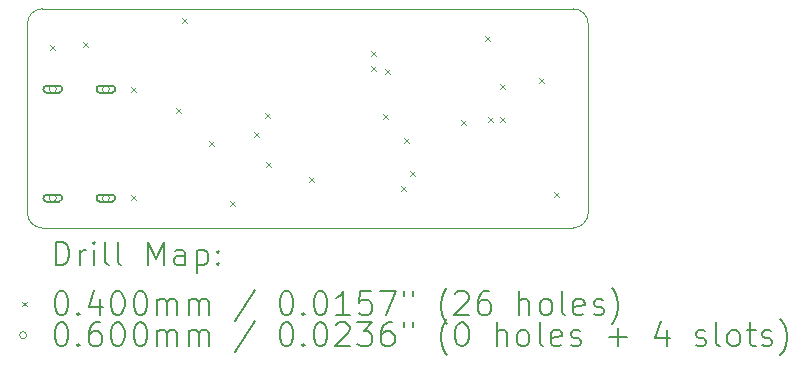
<source format=gbr>
%TF.GenerationSoftware,KiCad,Pcbnew,7.0.2*%
%TF.CreationDate,2023-10-30T14:33:18+01:00*%
%TF.ProjectId,programmer_board,70726f67-7261-46d6-9d65-725f626f6172,rev?*%
%TF.SameCoordinates,Original*%
%TF.FileFunction,Drillmap*%
%TF.FilePolarity,Positive*%
%FSLAX45Y45*%
G04 Gerber Fmt 4.5, Leading zero omitted, Abs format (unit mm)*
G04 Created by KiCad (PCBNEW 7.0.2) date 2023-10-30 14:33:18*
%MOMM*%
%LPD*%
G01*
G04 APERTURE LIST*
%ADD10C,0.100000*%
%ADD11C,0.200000*%
%ADD12C,0.040000*%
%ADD13C,0.060000*%
G04 APERTURE END LIST*
D10*
X8344803Y-8585200D02*
X8343900Y-10185400D01*
X13092797Y-10185400D02*
X13092797Y-8585200D01*
X12965797Y-10312397D02*
G75*
G03*
X13092797Y-10185400I3J126997D01*
G01*
X8471803Y-8458203D02*
G75*
G03*
X8344803Y-8585200I-3J-126997D01*
G01*
X8343900Y-10185400D02*
G75*
G03*
X8470900Y-10312400I127000J0D01*
G01*
X13092800Y-8585200D02*
G75*
G03*
X12965797Y-8458200I-127000J0D01*
G01*
X8470900Y-10312400D02*
X12965797Y-10312400D01*
X8471803Y-8458200D02*
X12965797Y-8458200D01*
D11*
D12*
X8539800Y-8768400D02*
X8579800Y-8808400D01*
X8579800Y-8768400D02*
X8539800Y-8808400D01*
X8819200Y-8743000D02*
X8859200Y-8783000D01*
X8859200Y-8743000D02*
X8819200Y-8783000D01*
X9225600Y-9124000D02*
X9265600Y-9164000D01*
X9265600Y-9124000D02*
X9225600Y-9164000D01*
X9225600Y-10038400D02*
X9265600Y-10078400D01*
X9265600Y-10038400D02*
X9225600Y-10078400D01*
X9606600Y-9301800D02*
X9646600Y-9341800D01*
X9646600Y-9301800D02*
X9606600Y-9341800D01*
X9657400Y-8539800D02*
X9697400Y-8579800D01*
X9697400Y-8539800D02*
X9657400Y-8579800D01*
X9886000Y-9581200D02*
X9926000Y-9621200D01*
X9926000Y-9581200D02*
X9886000Y-9621200D01*
X10063800Y-10089200D02*
X10103800Y-10129200D01*
X10103800Y-10089200D02*
X10063800Y-10129200D01*
X10267000Y-9505000D02*
X10307000Y-9545000D01*
X10307000Y-9505000D02*
X10267000Y-9545000D01*
X10355900Y-9339900D02*
X10395900Y-9379900D01*
X10395900Y-9339900D02*
X10355900Y-9379900D01*
X10368600Y-9759000D02*
X10408600Y-9799000D01*
X10408600Y-9759000D02*
X10368600Y-9799000D01*
X10729280Y-9880920D02*
X10769280Y-9920920D01*
X10769280Y-9880920D02*
X10729280Y-9920920D01*
X11257600Y-8819200D02*
X11297600Y-8859200D01*
X11297600Y-8819200D02*
X11257600Y-8859200D01*
X11257600Y-8946200D02*
X11297600Y-8986200D01*
X11297600Y-8946200D02*
X11257600Y-8986200D01*
X11359200Y-9352600D02*
X11399200Y-9392600D01*
X11399200Y-9352600D02*
X11359200Y-9392600D01*
X11371900Y-8971600D02*
X11411900Y-9011600D01*
X11411900Y-8971600D02*
X11371900Y-9011600D01*
X11511600Y-9962200D02*
X11551600Y-10002200D01*
X11551600Y-9962200D02*
X11511600Y-10002200D01*
X11537000Y-9555800D02*
X11577000Y-9595800D01*
X11577000Y-9555800D02*
X11537000Y-9595800D01*
X11585066Y-9832083D02*
X11625066Y-9872083D01*
X11625066Y-9832083D02*
X11585066Y-9872083D01*
X12019600Y-9403400D02*
X12059600Y-9443400D01*
X12059600Y-9403400D02*
X12019600Y-9443400D01*
X12222800Y-8692200D02*
X12262800Y-8732200D01*
X12262800Y-8692200D02*
X12222800Y-8732200D01*
X12248200Y-9378000D02*
X12288200Y-9418000D01*
X12288200Y-9378000D02*
X12248200Y-9418000D01*
X12349800Y-9098600D02*
X12389800Y-9138600D01*
X12389800Y-9098600D02*
X12349800Y-9138600D01*
X12349800Y-9378000D02*
X12389800Y-9418000D01*
X12389800Y-9378000D02*
X12349800Y-9418000D01*
X12680000Y-9047800D02*
X12720000Y-9087800D01*
X12720000Y-9047800D02*
X12680000Y-9087800D01*
X12807000Y-10013000D02*
X12847000Y-10053000D01*
X12847000Y-10013000D02*
X12807000Y-10053000D01*
D13*
X8589800Y-9138650D02*
G75*
G03*
X8589800Y-9138650I-30000J0D01*
G01*
D11*
X8609800Y-9108650D02*
X8509800Y-9108650D01*
X8509800Y-9108650D02*
G75*
G03*
X8509800Y-9168650I0J-30000D01*
G01*
X8509800Y-9168650D02*
X8609800Y-9168650D01*
X8609800Y-9168650D02*
G75*
G03*
X8609800Y-9108650I0J30000D01*
G01*
D13*
X8589800Y-10060650D02*
G75*
G03*
X8589800Y-10060650I-30000J0D01*
G01*
D11*
X8609800Y-10030650D02*
X8509800Y-10030650D01*
X8509800Y-10030650D02*
G75*
G03*
X8509800Y-10090650I0J-30000D01*
G01*
X8509800Y-10090650D02*
X8609800Y-10090650D01*
X8609800Y-10090650D02*
G75*
G03*
X8609800Y-10030650I0J30000D01*
G01*
D13*
X9039800Y-9138650D02*
G75*
G03*
X9039800Y-9138650I-30000J0D01*
G01*
D11*
X9059800Y-9108650D02*
X8959800Y-9108650D01*
X8959800Y-9108650D02*
G75*
G03*
X8959800Y-9168650I0J-30000D01*
G01*
X8959800Y-9168650D02*
X9059800Y-9168650D01*
X9059800Y-9168650D02*
G75*
G03*
X9059800Y-9108650I0J30000D01*
G01*
D13*
X9039800Y-10060650D02*
G75*
G03*
X9039800Y-10060650I-30000J0D01*
G01*
D11*
X9059800Y-10030650D02*
X8959800Y-10030650D01*
X8959800Y-10030650D02*
G75*
G03*
X8959800Y-10090650I0J-30000D01*
G01*
X8959800Y-10090650D02*
X9059800Y-10090650D01*
X9059800Y-10090650D02*
G75*
G03*
X9059800Y-10030650I0J30000D01*
G01*
X8586519Y-10629924D02*
X8586519Y-10429924D01*
X8586519Y-10429924D02*
X8634138Y-10429924D01*
X8634138Y-10429924D02*
X8662710Y-10439448D01*
X8662710Y-10439448D02*
X8681757Y-10458495D01*
X8681757Y-10458495D02*
X8691281Y-10477543D01*
X8691281Y-10477543D02*
X8700805Y-10515638D01*
X8700805Y-10515638D02*
X8700805Y-10544210D01*
X8700805Y-10544210D02*
X8691281Y-10582305D01*
X8691281Y-10582305D02*
X8681757Y-10601352D01*
X8681757Y-10601352D02*
X8662710Y-10620400D01*
X8662710Y-10620400D02*
X8634138Y-10629924D01*
X8634138Y-10629924D02*
X8586519Y-10629924D01*
X8786519Y-10629924D02*
X8786519Y-10496590D01*
X8786519Y-10534686D02*
X8796043Y-10515638D01*
X8796043Y-10515638D02*
X8805567Y-10506114D01*
X8805567Y-10506114D02*
X8824614Y-10496590D01*
X8824614Y-10496590D02*
X8843662Y-10496590D01*
X8910329Y-10629924D02*
X8910329Y-10496590D01*
X8910329Y-10429924D02*
X8900805Y-10439448D01*
X8900805Y-10439448D02*
X8910329Y-10448971D01*
X8910329Y-10448971D02*
X8919852Y-10439448D01*
X8919852Y-10439448D02*
X8910329Y-10429924D01*
X8910329Y-10429924D02*
X8910329Y-10448971D01*
X9034138Y-10629924D02*
X9015090Y-10620400D01*
X9015090Y-10620400D02*
X9005567Y-10601352D01*
X9005567Y-10601352D02*
X9005567Y-10429924D01*
X9138900Y-10629924D02*
X9119852Y-10620400D01*
X9119852Y-10620400D02*
X9110329Y-10601352D01*
X9110329Y-10601352D02*
X9110329Y-10429924D01*
X9367471Y-10629924D02*
X9367471Y-10429924D01*
X9367471Y-10429924D02*
X9434138Y-10572781D01*
X9434138Y-10572781D02*
X9500805Y-10429924D01*
X9500805Y-10429924D02*
X9500805Y-10629924D01*
X9681757Y-10629924D02*
X9681757Y-10525162D01*
X9681757Y-10525162D02*
X9672233Y-10506114D01*
X9672233Y-10506114D02*
X9653186Y-10496590D01*
X9653186Y-10496590D02*
X9615090Y-10496590D01*
X9615090Y-10496590D02*
X9596043Y-10506114D01*
X9681757Y-10620400D02*
X9662710Y-10629924D01*
X9662710Y-10629924D02*
X9615090Y-10629924D01*
X9615090Y-10629924D02*
X9596043Y-10620400D01*
X9596043Y-10620400D02*
X9586519Y-10601352D01*
X9586519Y-10601352D02*
X9586519Y-10582305D01*
X9586519Y-10582305D02*
X9596043Y-10563257D01*
X9596043Y-10563257D02*
X9615090Y-10553733D01*
X9615090Y-10553733D02*
X9662710Y-10553733D01*
X9662710Y-10553733D02*
X9681757Y-10544210D01*
X9776995Y-10496590D02*
X9776995Y-10696590D01*
X9776995Y-10506114D02*
X9796043Y-10496590D01*
X9796043Y-10496590D02*
X9834138Y-10496590D01*
X9834138Y-10496590D02*
X9853186Y-10506114D01*
X9853186Y-10506114D02*
X9862710Y-10515638D01*
X9862710Y-10515638D02*
X9872233Y-10534686D01*
X9872233Y-10534686D02*
X9872233Y-10591829D01*
X9872233Y-10591829D02*
X9862710Y-10610876D01*
X9862710Y-10610876D02*
X9853186Y-10620400D01*
X9853186Y-10620400D02*
X9834138Y-10629924D01*
X9834138Y-10629924D02*
X9796043Y-10629924D01*
X9796043Y-10629924D02*
X9776995Y-10620400D01*
X9957948Y-10610876D02*
X9967471Y-10620400D01*
X9967471Y-10620400D02*
X9957948Y-10629924D01*
X9957948Y-10629924D02*
X9948424Y-10620400D01*
X9948424Y-10620400D02*
X9957948Y-10610876D01*
X9957948Y-10610876D02*
X9957948Y-10629924D01*
X9957948Y-10506114D02*
X9967471Y-10515638D01*
X9967471Y-10515638D02*
X9957948Y-10525162D01*
X9957948Y-10525162D02*
X9948424Y-10515638D01*
X9948424Y-10515638D02*
X9957948Y-10506114D01*
X9957948Y-10506114D02*
X9957948Y-10525162D01*
D12*
X8298900Y-10937400D02*
X8338900Y-10977400D01*
X8338900Y-10937400D02*
X8298900Y-10977400D01*
D11*
X8624614Y-10849924D02*
X8643662Y-10849924D01*
X8643662Y-10849924D02*
X8662710Y-10859448D01*
X8662710Y-10859448D02*
X8672233Y-10868971D01*
X8672233Y-10868971D02*
X8681757Y-10888019D01*
X8681757Y-10888019D02*
X8691281Y-10926114D01*
X8691281Y-10926114D02*
X8691281Y-10973733D01*
X8691281Y-10973733D02*
X8681757Y-11011829D01*
X8681757Y-11011829D02*
X8672233Y-11030876D01*
X8672233Y-11030876D02*
X8662710Y-11040400D01*
X8662710Y-11040400D02*
X8643662Y-11049924D01*
X8643662Y-11049924D02*
X8624614Y-11049924D01*
X8624614Y-11049924D02*
X8605567Y-11040400D01*
X8605567Y-11040400D02*
X8596043Y-11030876D01*
X8596043Y-11030876D02*
X8586519Y-11011829D01*
X8586519Y-11011829D02*
X8576995Y-10973733D01*
X8576995Y-10973733D02*
X8576995Y-10926114D01*
X8576995Y-10926114D02*
X8586519Y-10888019D01*
X8586519Y-10888019D02*
X8596043Y-10868971D01*
X8596043Y-10868971D02*
X8605567Y-10859448D01*
X8605567Y-10859448D02*
X8624614Y-10849924D01*
X8776995Y-11030876D02*
X8786519Y-11040400D01*
X8786519Y-11040400D02*
X8776995Y-11049924D01*
X8776995Y-11049924D02*
X8767471Y-11040400D01*
X8767471Y-11040400D02*
X8776995Y-11030876D01*
X8776995Y-11030876D02*
X8776995Y-11049924D01*
X8957948Y-10916590D02*
X8957948Y-11049924D01*
X8910329Y-10840400D02*
X8862710Y-10983257D01*
X8862710Y-10983257D02*
X8986519Y-10983257D01*
X9100805Y-10849924D02*
X9119852Y-10849924D01*
X9119852Y-10849924D02*
X9138900Y-10859448D01*
X9138900Y-10859448D02*
X9148424Y-10868971D01*
X9148424Y-10868971D02*
X9157948Y-10888019D01*
X9157948Y-10888019D02*
X9167471Y-10926114D01*
X9167471Y-10926114D02*
X9167471Y-10973733D01*
X9167471Y-10973733D02*
X9157948Y-11011829D01*
X9157948Y-11011829D02*
X9148424Y-11030876D01*
X9148424Y-11030876D02*
X9138900Y-11040400D01*
X9138900Y-11040400D02*
X9119852Y-11049924D01*
X9119852Y-11049924D02*
X9100805Y-11049924D01*
X9100805Y-11049924D02*
X9081757Y-11040400D01*
X9081757Y-11040400D02*
X9072233Y-11030876D01*
X9072233Y-11030876D02*
X9062710Y-11011829D01*
X9062710Y-11011829D02*
X9053186Y-10973733D01*
X9053186Y-10973733D02*
X9053186Y-10926114D01*
X9053186Y-10926114D02*
X9062710Y-10888019D01*
X9062710Y-10888019D02*
X9072233Y-10868971D01*
X9072233Y-10868971D02*
X9081757Y-10859448D01*
X9081757Y-10859448D02*
X9100805Y-10849924D01*
X9291281Y-10849924D02*
X9310329Y-10849924D01*
X9310329Y-10849924D02*
X9329376Y-10859448D01*
X9329376Y-10859448D02*
X9338900Y-10868971D01*
X9338900Y-10868971D02*
X9348424Y-10888019D01*
X9348424Y-10888019D02*
X9357948Y-10926114D01*
X9357948Y-10926114D02*
X9357948Y-10973733D01*
X9357948Y-10973733D02*
X9348424Y-11011829D01*
X9348424Y-11011829D02*
X9338900Y-11030876D01*
X9338900Y-11030876D02*
X9329376Y-11040400D01*
X9329376Y-11040400D02*
X9310329Y-11049924D01*
X9310329Y-11049924D02*
X9291281Y-11049924D01*
X9291281Y-11049924D02*
X9272233Y-11040400D01*
X9272233Y-11040400D02*
X9262710Y-11030876D01*
X9262710Y-11030876D02*
X9253186Y-11011829D01*
X9253186Y-11011829D02*
X9243662Y-10973733D01*
X9243662Y-10973733D02*
X9243662Y-10926114D01*
X9243662Y-10926114D02*
X9253186Y-10888019D01*
X9253186Y-10888019D02*
X9262710Y-10868971D01*
X9262710Y-10868971D02*
X9272233Y-10859448D01*
X9272233Y-10859448D02*
X9291281Y-10849924D01*
X9443662Y-11049924D02*
X9443662Y-10916590D01*
X9443662Y-10935638D02*
X9453186Y-10926114D01*
X9453186Y-10926114D02*
X9472233Y-10916590D01*
X9472233Y-10916590D02*
X9500805Y-10916590D01*
X9500805Y-10916590D02*
X9519852Y-10926114D01*
X9519852Y-10926114D02*
X9529376Y-10945162D01*
X9529376Y-10945162D02*
X9529376Y-11049924D01*
X9529376Y-10945162D02*
X9538900Y-10926114D01*
X9538900Y-10926114D02*
X9557948Y-10916590D01*
X9557948Y-10916590D02*
X9586519Y-10916590D01*
X9586519Y-10916590D02*
X9605567Y-10926114D01*
X9605567Y-10926114D02*
X9615091Y-10945162D01*
X9615091Y-10945162D02*
X9615091Y-11049924D01*
X9710329Y-11049924D02*
X9710329Y-10916590D01*
X9710329Y-10935638D02*
X9719852Y-10926114D01*
X9719852Y-10926114D02*
X9738900Y-10916590D01*
X9738900Y-10916590D02*
X9767472Y-10916590D01*
X9767472Y-10916590D02*
X9786519Y-10926114D01*
X9786519Y-10926114D02*
X9796043Y-10945162D01*
X9796043Y-10945162D02*
X9796043Y-11049924D01*
X9796043Y-10945162D02*
X9805567Y-10926114D01*
X9805567Y-10926114D02*
X9824614Y-10916590D01*
X9824614Y-10916590D02*
X9853186Y-10916590D01*
X9853186Y-10916590D02*
X9872233Y-10926114D01*
X9872233Y-10926114D02*
X9881757Y-10945162D01*
X9881757Y-10945162D02*
X9881757Y-11049924D01*
X10272233Y-10840400D02*
X10100805Y-11097543D01*
X10529376Y-10849924D02*
X10548424Y-10849924D01*
X10548424Y-10849924D02*
X10567472Y-10859448D01*
X10567472Y-10859448D02*
X10576995Y-10868971D01*
X10576995Y-10868971D02*
X10586519Y-10888019D01*
X10586519Y-10888019D02*
X10596043Y-10926114D01*
X10596043Y-10926114D02*
X10596043Y-10973733D01*
X10596043Y-10973733D02*
X10586519Y-11011829D01*
X10586519Y-11011829D02*
X10576995Y-11030876D01*
X10576995Y-11030876D02*
X10567472Y-11040400D01*
X10567472Y-11040400D02*
X10548424Y-11049924D01*
X10548424Y-11049924D02*
X10529376Y-11049924D01*
X10529376Y-11049924D02*
X10510329Y-11040400D01*
X10510329Y-11040400D02*
X10500805Y-11030876D01*
X10500805Y-11030876D02*
X10491281Y-11011829D01*
X10491281Y-11011829D02*
X10481757Y-10973733D01*
X10481757Y-10973733D02*
X10481757Y-10926114D01*
X10481757Y-10926114D02*
X10491281Y-10888019D01*
X10491281Y-10888019D02*
X10500805Y-10868971D01*
X10500805Y-10868971D02*
X10510329Y-10859448D01*
X10510329Y-10859448D02*
X10529376Y-10849924D01*
X10681757Y-11030876D02*
X10691281Y-11040400D01*
X10691281Y-11040400D02*
X10681757Y-11049924D01*
X10681757Y-11049924D02*
X10672234Y-11040400D01*
X10672234Y-11040400D02*
X10681757Y-11030876D01*
X10681757Y-11030876D02*
X10681757Y-11049924D01*
X10815091Y-10849924D02*
X10834138Y-10849924D01*
X10834138Y-10849924D02*
X10853186Y-10859448D01*
X10853186Y-10859448D02*
X10862710Y-10868971D01*
X10862710Y-10868971D02*
X10872234Y-10888019D01*
X10872234Y-10888019D02*
X10881757Y-10926114D01*
X10881757Y-10926114D02*
X10881757Y-10973733D01*
X10881757Y-10973733D02*
X10872234Y-11011829D01*
X10872234Y-11011829D02*
X10862710Y-11030876D01*
X10862710Y-11030876D02*
X10853186Y-11040400D01*
X10853186Y-11040400D02*
X10834138Y-11049924D01*
X10834138Y-11049924D02*
X10815091Y-11049924D01*
X10815091Y-11049924D02*
X10796043Y-11040400D01*
X10796043Y-11040400D02*
X10786519Y-11030876D01*
X10786519Y-11030876D02*
X10776995Y-11011829D01*
X10776995Y-11011829D02*
X10767472Y-10973733D01*
X10767472Y-10973733D02*
X10767472Y-10926114D01*
X10767472Y-10926114D02*
X10776995Y-10888019D01*
X10776995Y-10888019D02*
X10786519Y-10868971D01*
X10786519Y-10868971D02*
X10796043Y-10859448D01*
X10796043Y-10859448D02*
X10815091Y-10849924D01*
X11072234Y-11049924D02*
X10957948Y-11049924D01*
X11015091Y-11049924D02*
X11015091Y-10849924D01*
X11015091Y-10849924D02*
X10996043Y-10878495D01*
X10996043Y-10878495D02*
X10976995Y-10897543D01*
X10976995Y-10897543D02*
X10957948Y-10907067D01*
X11253186Y-10849924D02*
X11157948Y-10849924D01*
X11157948Y-10849924D02*
X11148424Y-10945162D01*
X11148424Y-10945162D02*
X11157948Y-10935638D01*
X11157948Y-10935638D02*
X11176995Y-10926114D01*
X11176995Y-10926114D02*
X11224614Y-10926114D01*
X11224614Y-10926114D02*
X11243662Y-10935638D01*
X11243662Y-10935638D02*
X11253186Y-10945162D01*
X11253186Y-10945162D02*
X11262710Y-10964210D01*
X11262710Y-10964210D02*
X11262710Y-11011829D01*
X11262710Y-11011829D02*
X11253186Y-11030876D01*
X11253186Y-11030876D02*
X11243662Y-11040400D01*
X11243662Y-11040400D02*
X11224614Y-11049924D01*
X11224614Y-11049924D02*
X11176995Y-11049924D01*
X11176995Y-11049924D02*
X11157948Y-11040400D01*
X11157948Y-11040400D02*
X11148424Y-11030876D01*
X11329376Y-10849924D02*
X11462710Y-10849924D01*
X11462710Y-10849924D02*
X11376995Y-11049924D01*
X11529376Y-10849924D02*
X11529376Y-10888019D01*
X11605567Y-10849924D02*
X11605567Y-10888019D01*
X11900805Y-11126114D02*
X11891281Y-11116590D01*
X11891281Y-11116590D02*
X11872234Y-11088019D01*
X11872234Y-11088019D02*
X11862710Y-11068971D01*
X11862710Y-11068971D02*
X11853186Y-11040400D01*
X11853186Y-11040400D02*
X11843662Y-10992781D01*
X11843662Y-10992781D02*
X11843662Y-10954686D01*
X11843662Y-10954686D02*
X11853186Y-10907067D01*
X11853186Y-10907067D02*
X11862710Y-10878495D01*
X11862710Y-10878495D02*
X11872234Y-10859448D01*
X11872234Y-10859448D02*
X11891281Y-10830876D01*
X11891281Y-10830876D02*
X11900805Y-10821352D01*
X11967472Y-10868971D02*
X11976995Y-10859448D01*
X11976995Y-10859448D02*
X11996043Y-10849924D01*
X11996043Y-10849924D02*
X12043662Y-10849924D01*
X12043662Y-10849924D02*
X12062710Y-10859448D01*
X12062710Y-10859448D02*
X12072234Y-10868971D01*
X12072234Y-10868971D02*
X12081757Y-10888019D01*
X12081757Y-10888019D02*
X12081757Y-10907067D01*
X12081757Y-10907067D02*
X12072234Y-10935638D01*
X12072234Y-10935638D02*
X11957948Y-11049924D01*
X11957948Y-11049924D02*
X12081757Y-11049924D01*
X12253186Y-10849924D02*
X12215091Y-10849924D01*
X12215091Y-10849924D02*
X12196043Y-10859448D01*
X12196043Y-10859448D02*
X12186519Y-10868971D01*
X12186519Y-10868971D02*
X12167472Y-10897543D01*
X12167472Y-10897543D02*
X12157948Y-10935638D01*
X12157948Y-10935638D02*
X12157948Y-11011829D01*
X12157948Y-11011829D02*
X12167472Y-11030876D01*
X12167472Y-11030876D02*
X12176995Y-11040400D01*
X12176995Y-11040400D02*
X12196043Y-11049924D01*
X12196043Y-11049924D02*
X12234138Y-11049924D01*
X12234138Y-11049924D02*
X12253186Y-11040400D01*
X12253186Y-11040400D02*
X12262710Y-11030876D01*
X12262710Y-11030876D02*
X12272234Y-11011829D01*
X12272234Y-11011829D02*
X12272234Y-10964210D01*
X12272234Y-10964210D02*
X12262710Y-10945162D01*
X12262710Y-10945162D02*
X12253186Y-10935638D01*
X12253186Y-10935638D02*
X12234138Y-10926114D01*
X12234138Y-10926114D02*
X12196043Y-10926114D01*
X12196043Y-10926114D02*
X12176995Y-10935638D01*
X12176995Y-10935638D02*
X12167472Y-10945162D01*
X12167472Y-10945162D02*
X12157948Y-10964210D01*
X12510329Y-11049924D02*
X12510329Y-10849924D01*
X12596043Y-11049924D02*
X12596043Y-10945162D01*
X12596043Y-10945162D02*
X12586519Y-10926114D01*
X12586519Y-10926114D02*
X12567472Y-10916590D01*
X12567472Y-10916590D02*
X12538900Y-10916590D01*
X12538900Y-10916590D02*
X12519853Y-10926114D01*
X12519853Y-10926114D02*
X12510329Y-10935638D01*
X12719853Y-11049924D02*
X12700805Y-11040400D01*
X12700805Y-11040400D02*
X12691281Y-11030876D01*
X12691281Y-11030876D02*
X12681757Y-11011829D01*
X12681757Y-11011829D02*
X12681757Y-10954686D01*
X12681757Y-10954686D02*
X12691281Y-10935638D01*
X12691281Y-10935638D02*
X12700805Y-10926114D01*
X12700805Y-10926114D02*
X12719853Y-10916590D01*
X12719853Y-10916590D02*
X12748424Y-10916590D01*
X12748424Y-10916590D02*
X12767472Y-10926114D01*
X12767472Y-10926114D02*
X12776996Y-10935638D01*
X12776996Y-10935638D02*
X12786519Y-10954686D01*
X12786519Y-10954686D02*
X12786519Y-11011829D01*
X12786519Y-11011829D02*
X12776996Y-11030876D01*
X12776996Y-11030876D02*
X12767472Y-11040400D01*
X12767472Y-11040400D02*
X12748424Y-11049924D01*
X12748424Y-11049924D02*
X12719853Y-11049924D01*
X12900805Y-11049924D02*
X12881757Y-11040400D01*
X12881757Y-11040400D02*
X12872234Y-11021352D01*
X12872234Y-11021352D02*
X12872234Y-10849924D01*
X13053186Y-11040400D02*
X13034138Y-11049924D01*
X13034138Y-11049924D02*
X12996043Y-11049924D01*
X12996043Y-11049924D02*
X12976996Y-11040400D01*
X12976996Y-11040400D02*
X12967472Y-11021352D01*
X12967472Y-11021352D02*
X12967472Y-10945162D01*
X12967472Y-10945162D02*
X12976996Y-10926114D01*
X12976996Y-10926114D02*
X12996043Y-10916590D01*
X12996043Y-10916590D02*
X13034138Y-10916590D01*
X13034138Y-10916590D02*
X13053186Y-10926114D01*
X13053186Y-10926114D02*
X13062710Y-10945162D01*
X13062710Y-10945162D02*
X13062710Y-10964210D01*
X13062710Y-10964210D02*
X12967472Y-10983257D01*
X13138900Y-11040400D02*
X13157948Y-11049924D01*
X13157948Y-11049924D02*
X13196043Y-11049924D01*
X13196043Y-11049924D02*
X13215091Y-11040400D01*
X13215091Y-11040400D02*
X13224615Y-11021352D01*
X13224615Y-11021352D02*
X13224615Y-11011829D01*
X13224615Y-11011829D02*
X13215091Y-10992781D01*
X13215091Y-10992781D02*
X13196043Y-10983257D01*
X13196043Y-10983257D02*
X13167472Y-10983257D01*
X13167472Y-10983257D02*
X13148424Y-10973733D01*
X13148424Y-10973733D02*
X13138900Y-10954686D01*
X13138900Y-10954686D02*
X13138900Y-10945162D01*
X13138900Y-10945162D02*
X13148424Y-10926114D01*
X13148424Y-10926114D02*
X13167472Y-10916590D01*
X13167472Y-10916590D02*
X13196043Y-10916590D01*
X13196043Y-10916590D02*
X13215091Y-10926114D01*
X13291281Y-11126114D02*
X13300805Y-11116590D01*
X13300805Y-11116590D02*
X13319853Y-11088019D01*
X13319853Y-11088019D02*
X13329377Y-11068971D01*
X13329377Y-11068971D02*
X13338900Y-11040400D01*
X13338900Y-11040400D02*
X13348424Y-10992781D01*
X13348424Y-10992781D02*
X13348424Y-10954686D01*
X13348424Y-10954686D02*
X13338900Y-10907067D01*
X13338900Y-10907067D02*
X13329377Y-10878495D01*
X13329377Y-10878495D02*
X13319853Y-10859448D01*
X13319853Y-10859448D02*
X13300805Y-10830876D01*
X13300805Y-10830876D02*
X13291281Y-10821352D01*
D13*
X8338900Y-11221400D02*
G75*
G03*
X8338900Y-11221400I-30000J0D01*
G01*
D11*
X8624614Y-11113924D02*
X8643662Y-11113924D01*
X8643662Y-11113924D02*
X8662710Y-11123448D01*
X8662710Y-11123448D02*
X8672233Y-11132971D01*
X8672233Y-11132971D02*
X8681757Y-11152019D01*
X8681757Y-11152019D02*
X8691281Y-11190114D01*
X8691281Y-11190114D02*
X8691281Y-11237733D01*
X8691281Y-11237733D02*
X8681757Y-11275828D01*
X8681757Y-11275828D02*
X8672233Y-11294876D01*
X8672233Y-11294876D02*
X8662710Y-11304400D01*
X8662710Y-11304400D02*
X8643662Y-11313924D01*
X8643662Y-11313924D02*
X8624614Y-11313924D01*
X8624614Y-11313924D02*
X8605567Y-11304400D01*
X8605567Y-11304400D02*
X8596043Y-11294876D01*
X8596043Y-11294876D02*
X8586519Y-11275828D01*
X8586519Y-11275828D02*
X8576995Y-11237733D01*
X8576995Y-11237733D02*
X8576995Y-11190114D01*
X8576995Y-11190114D02*
X8586519Y-11152019D01*
X8586519Y-11152019D02*
X8596043Y-11132971D01*
X8596043Y-11132971D02*
X8605567Y-11123448D01*
X8605567Y-11123448D02*
X8624614Y-11113924D01*
X8776995Y-11294876D02*
X8786519Y-11304400D01*
X8786519Y-11304400D02*
X8776995Y-11313924D01*
X8776995Y-11313924D02*
X8767471Y-11304400D01*
X8767471Y-11304400D02*
X8776995Y-11294876D01*
X8776995Y-11294876D02*
X8776995Y-11313924D01*
X8957948Y-11113924D02*
X8919852Y-11113924D01*
X8919852Y-11113924D02*
X8900805Y-11123448D01*
X8900805Y-11123448D02*
X8891281Y-11132971D01*
X8891281Y-11132971D02*
X8872233Y-11161543D01*
X8872233Y-11161543D02*
X8862710Y-11199638D01*
X8862710Y-11199638D02*
X8862710Y-11275828D01*
X8862710Y-11275828D02*
X8872233Y-11294876D01*
X8872233Y-11294876D02*
X8881757Y-11304400D01*
X8881757Y-11304400D02*
X8900805Y-11313924D01*
X8900805Y-11313924D02*
X8938900Y-11313924D01*
X8938900Y-11313924D02*
X8957948Y-11304400D01*
X8957948Y-11304400D02*
X8967471Y-11294876D01*
X8967471Y-11294876D02*
X8976995Y-11275828D01*
X8976995Y-11275828D02*
X8976995Y-11228209D01*
X8976995Y-11228209D02*
X8967471Y-11209162D01*
X8967471Y-11209162D02*
X8957948Y-11199638D01*
X8957948Y-11199638D02*
X8938900Y-11190114D01*
X8938900Y-11190114D02*
X8900805Y-11190114D01*
X8900805Y-11190114D02*
X8881757Y-11199638D01*
X8881757Y-11199638D02*
X8872233Y-11209162D01*
X8872233Y-11209162D02*
X8862710Y-11228209D01*
X9100805Y-11113924D02*
X9119852Y-11113924D01*
X9119852Y-11113924D02*
X9138900Y-11123448D01*
X9138900Y-11123448D02*
X9148424Y-11132971D01*
X9148424Y-11132971D02*
X9157948Y-11152019D01*
X9157948Y-11152019D02*
X9167471Y-11190114D01*
X9167471Y-11190114D02*
X9167471Y-11237733D01*
X9167471Y-11237733D02*
X9157948Y-11275828D01*
X9157948Y-11275828D02*
X9148424Y-11294876D01*
X9148424Y-11294876D02*
X9138900Y-11304400D01*
X9138900Y-11304400D02*
X9119852Y-11313924D01*
X9119852Y-11313924D02*
X9100805Y-11313924D01*
X9100805Y-11313924D02*
X9081757Y-11304400D01*
X9081757Y-11304400D02*
X9072233Y-11294876D01*
X9072233Y-11294876D02*
X9062710Y-11275828D01*
X9062710Y-11275828D02*
X9053186Y-11237733D01*
X9053186Y-11237733D02*
X9053186Y-11190114D01*
X9053186Y-11190114D02*
X9062710Y-11152019D01*
X9062710Y-11152019D02*
X9072233Y-11132971D01*
X9072233Y-11132971D02*
X9081757Y-11123448D01*
X9081757Y-11123448D02*
X9100805Y-11113924D01*
X9291281Y-11113924D02*
X9310329Y-11113924D01*
X9310329Y-11113924D02*
X9329376Y-11123448D01*
X9329376Y-11123448D02*
X9338900Y-11132971D01*
X9338900Y-11132971D02*
X9348424Y-11152019D01*
X9348424Y-11152019D02*
X9357948Y-11190114D01*
X9357948Y-11190114D02*
X9357948Y-11237733D01*
X9357948Y-11237733D02*
X9348424Y-11275828D01*
X9348424Y-11275828D02*
X9338900Y-11294876D01*
X9338900Y-11294876D02*
X9329376Y-11304400D01*
X9329376Y-11304400D02*
X9310329Y-11313924D01*
X9310329Y-11313924D02*
X9291281Y-11313924D01*
X9291281Y-11313924D02*
X9272233Y-11304400D01*
X9272233Y-11304400D02*
X9262710Y-11294876D01*
X9262710Y-11294876D02*
X9253186Y-11275828D01*
X9253186Y-11275828D02*
X9243662Y-11237733D01*
X9243662Y-11237733D02*
X9243662Y-11190114D01*
X9243662Y-11190114D02*
X9253186Y-11152019D01*
X9253186Y-11152019D02*
X9262710Y-11132971D01*
X9262710Y-11132971D02*
X9272233Y-11123448D01*
X9272233Y-11123448D02*
X9291281Y-11113924D01*
X9443662Y-11313924D02*
X9443662Y-11180590D01*
X9443662Y-11199638D02*
X9453186Y-11190114D01*
X9453186Y-11190114D02*
X9472233Y-11180590D01*
X9472233Y-11180590D02*
X9500805Y-11180590D01*
X9500805Y-11180590D02*
X9519852Y-11190114D01*
X9519852Y-11190114D02*
X9529376Y-11209162D01*
X9529376Y-11209162D02*
X9529376Y-11313924D01*
X9529376Y-11209162D02*
X9538900Y-11190114D01*
X9538900Y-11190114D02*
X9557948Y-11180590D01*
X9557948Y-11180590D02*
X9586519Y-11180590D01*
X9586519Y-11180590D02*
X9605567Y-11190114D01*
X9605567Y-11190114D02*
X9615091Y-11209162D01*
X9615091Y-11209162D02*
X9615091Y-11313924D01*
X9710329Y-11313924D02*
X9710329Y-11180590D01*
X9710329Y-11199638D02*
X9719852Y-11190114D01*
X9719852Y-11190114D02*
X9738900Y-11180590D01*
X9738900Y-11180590D02*
X9767472Y-11180590D01*
X9767472Y-11180590D02*
X9786519Y-11190114D01*
X9786519Y-11190114D02*
X9796043Y-11209162D01*
X9796043Y-11209162D02*
X9796043Y-11313924D01*
X9796043Y-11209162D02*
X9805567Y-11190114D01*
X9805567Y-11190114D02*
X9824614Y-11180590D01*
X9824614Y-11180590D02*
X9853186Y-11180590D01*
X9853186Y-11180590D02*
X9872233Y-11190114D01*
X9872233Y-11190114D02*
X9881757Y-11209162D01*
X9881757Y-11209162D02*
X9881757Y-11313924D01*
X10272233Y-11104400D02*
X10100805Y-11361543D01*
X10529376Y-11113924D02*
X10548424Y-11113924D01*
X10548424Y-11113924D02*
X10567472Y-11123448D01*
X10567472Y-11123448D02*
X10576995Y-11132971D01*
X10576995Y-11132971D02*
X10586519Y-11152019D01*
X10586519Y-11152019D02*
X10596043Y-11190114D01*
X10596043Y-11190114D02*
X10596043Y-11237733D01*
X10596043Y-11237733D02*
X10586519Y-11275828D01*
X10586519Y-11275828D02*
X10576995Y-11294876D01*
X10576995Y-11294876D02*
X10567472Y-11304400D01*
X10567472Y-11304400D02*
X10548424Y-11313924D01*
X10548424Y-11313924D02*
X10529376Y-11313924D01*
X10529376Y-11313924D02*
X10510329Y-11304400D01*
X10510329Y-11304400D02*
X10500805Y-11294876D01*
X10500805Y-11294876D02*
X10491281Y-11275828D01*
X10491281Y-11275828D02*
X10481757Y-11237733D01*
X10481757Y-11237733D02*
X10481757Y-11190114D01*
X10481757Y-11190114D02*
X10491281Y-11152019D01*
X10491281Y-11152019D02*
X10500805Y-11132971D01*
X10500805Y-11132971D02*
X10510329Y-11123448D01*
X10510329Y-11123448D02*
X10529376Y-11113924D01*
X10681757Y-11294876D02*
X10691281Y-11304400D01*
X10691281Y-11304400D02*
X10681757Y-11313924D01*
X10681757Y-11313924D02*
X10672234Y-11304400D01*
X10672234Y-11304400D02*
X10681757Y-11294876D01*
X10681757Y-11294876D02*
X10681757Y-11313924D01*
X10815091Y-11113924D02*
X10834138Y-11113924D01*
X10834138Y-11113924D02*
X10853186Y-11123448D01*
X10853186Y-11123448D02*
X10862710Y-11132971D01*
X10862710Y-11132971D02*
X10872234Y-11152019D01*
X10872234Y-11152019D02*
X10881757Y-11190114D01*
X10881757Y-11190114D02*
X10881757Y-11237733D01*
X10881757Y-11237733D02*
X10872234Y-11275828D01*
X10872234Y-11275828D02*
X10862710Y-11294876D01*
X10862710Y-11294876D02*
X10853186Y-11304400D01*
X10853186Y-11304400D02*
X10834138Y-11313924D01*
X10834138Y-11313924D02*
X10815091Y-11313924D01*
X10815091Y-11313924D02*
X10796043Y-11304400D01*
X10796043Y-11304400D02*
X10786519Y-11294876D01*
X10786519Y-11294876D02*
X10776995Y-11275828D01*
X10776995Y-11275828D02*
X10767472Y-11237733D01*
X10767472Y-11237733D02*
X10767472Y-11190114D01*
X10767472Y-11190114D02*
X10776995Y-11152019D01*
X10776995Y-11152019D02*
X10786519Y-11132971D01*
X10786519Y-11132971D02*
X10796043Y-11123448D01*
X10796043Y-11123448D02*
X10815091Y-11113924D01*
X10957948Y-11132971D02*
X10967472Y-11123448D01*
X10967472Y-11123448D02*
X10986519Y-11113924D01*
X10986519Y-11113924D02*
X11034138Y-11113924D01*
X11034138Y-11113924D02*
X11053186Y-11123448D01*
X11053186Y-11123448D02*
X11062710Y-11132971D01*
X11062710Y-11132971D02*
X11072234Y-11152019D01*
X11072234Y-11152019D02*
X11072234Y-11171067D01*
X11072234Y-11171067D02*
X11062710Y-11199638D01*
X11062710Y-11199638D02*
X10948424Y-11313924D01*
X10948424Y-11313924D02*
X11072234Y-11313924D01*
X11138900Y-11113924D02*
X11262710Y-11113924D01*
X11262710Y-11113924D02*
X11196043Y-11190114D01*
X11196043Y-11190114D02*
X11224614Y-11190114D01*
X11224614Y-11190114D02*
X11243662Y-11199638D01*
X11243662Y-11199638D02*
X11253186Y-11209162D01*
X11253186Y-11209162D02*
X11262710Y-11228209D01*
X11262710Y-11228209D02*
X11262710Y-11275828D01*
X11262710Y-11275828D02*
X11253186Y-11294876D01*
X11253186Y-11294876D02*
X11243662Y-11304400D01*
X11243662Y-11304400D02*
X11224614Y-11313924D01*
X11224614Y-11313924D02*
X11167472Y-11313924D01*
X11167472Y-11313924D02*
X11148424Y-11304400D01*
X11148424Y-11304400D02*
X11138900Y-11294876D01*
X11434138Y-11113924D02*
X11396043Y-11113924D01*
X11396043Y-11113924D02*
X11376995Y-11123448D01*
X11376995Y-11123448D02*
X11367472Y-11132971D01*
X11367472Y-11132971D02*
X11348424Y-11161543D01*
X11348424Y-11161543D02*
X11338900Y-11199638D01*
X11338900Y-11199638D02*
X11338900Y-11275828D01*
X11338900Y-11275828D02*
X11348424Y-11294876D01*
X11348424Y-11294876D02*
X11357948Y-11304400D01*
X11357948Y-11304400D02*
X11376995Y-11313924D01*
X11376995Y-11313924D02*
X11415091Y-11313924D01*
X11415091Y-11313924D02*
X11434138Y-11304400D01*
X11434138Y-11304400D02*
X11443662Y-11294876D01*
X11443662Y-11294876D02*
X11453186Y-11275828D01*
X11453186Y-11275828D02*
X11453186Y-11228209D01*
X11453186Y-11228209D02*
X11443662Y-11209162D01*
X11443662Y-11209162D02*
X11434138Y-11199638D01*
X11434138Y-11199638D02*
X11415091Y-11190114D01*
X11415091Y-11190114D02*
X11376995Y-11190114D01*
X11376995Y-11190114D02*
X11357948Y-11199638D01*
X11357948Y-11199638D02*
X11348424Y-11209162D01*
X11348424Y-11209162D02*
X11338900Y-11228209D01*
X11529376Y-11113924D02*
X11529376Y-11152019D01*
X11605567Y-11113924D02*
X11605567Y-11152019D01*
X11900805Y-11390114D02*
X11891281Y-11380590D01*
X11891281Y-11380590D02*
X11872234Y-11352019D01*
X11872234Y-11352019D02*
X11862710Y-11332971D01*
X11862710Y-11332971D02*
X11853186Y-11304400D01*
X11853186Y-11304400D02*
X11843662Y-11256781D01*
X11843662Y-11256781D02*
X11843662Y-11218686D01*
X11843662Y-11218686D02*
X11853186Y-11171067D01*
X11853186Y-11171067D02*
X11862710Y-11142495D01*
X11862710Y-11142495D02*
X11872234Y-11123448D01*
X11872234Y-11123448D02*
X11891281Y-11094876D01*
X11891281Y-11094876D02*
X11900805Y-11085352D01*
X12015091Y-11113924D02*
X12034138Y-11113924D01*
X12034138Y-11113924D02*
X12053186Y-11123448D01*
X12053186Y-11123448D02*
X12062710Y-11132971D01*
X12062710Y-11132971D02*
X12072234Y-11152019D01*
X12072234Y-11152019D02*
X12081757Y-11190114D01*
X12081757Y-11190114D02*
X12081757Y-11237733D01*
X12081757Y-11237733D02*
X12072234Y-11275828D01*
X12072234Y-11275828D02*
X12062710Y-11294876D01*
X12062710Y-11294876D02*
X12053186Y-11304400D01*
X12053186Y-11304400D02*
X12034138Y-11313924D01*
X12034138Y-11313924D02*
X12015091Y-11313924D01*
X12015091Y-11313924D02*
X11996043Y-11304400D01*
X11996043Y-11304400D02*
X11986519Y-11294876D01*
X11986519Y-11294876D02*
X11976995Y-11275828D01*
X11976995Y-11275828D02*
X11967472Y-11237733D01*
X11967472Y-11237733D02*
X11967472Y-11190114D01*
X11967472Y-11190114D02*
X11976995Y-11152019D01*
X11976995Y-11152019D02*
X11986519Y-11132971D01*
X11986519Y-11132971D02*
X11996043Y-11123448D01*
X11996043Y-11123448D02*
X12015091Y-11113924D01*
X12319853Y-11313924D02*
X12319853Y-11113924D01*
X12405567Y-11313924D02*
X12405567Y-11209162D01*
X12405567Y-11209162D02*
X12396043Y-11190114D01*
X12396043Y-11190114D02*
X12376996Y-11180590D01*
X12376996Y-11180590D02*
X12348424Y-11180590D01*
X12348424Y-11180590D02*
X12329376Y-11190114D01*
X12329376Y-11190114D02*
X12319853Y-11199638D01*
X12529376Y-11313924D02*
X12510329Y-11304400D01*
X12510329Y-11304400D02*
X12500805Y-11294876D01*
X12500805Y-11294876D02*
X12491281Y-11275828D01*
X12491281Y-11275828D02*
X12491281Y-11218686D01*
X12491281Y-11218686D02*
X12500805Y-11199638D01*
X12500805Y-11199638D02*
X12510329Y-11190114D01*
X12510329Y-11190114D02*
X12529376Y-11180590D01*
X12529376Y-11180590D02*
X12557948Y-11180590D01*
X12557948Y-11180590D02*
X12576996Y-11190114D01*
X12576996Y-11190114D02*
X12586519Y-11199638D01*
X12586519Y-11199638D02*
X12596043Y-11218686D01*
X12596043Y-11218686D02*
X12596043Y-11275828D01*
X12596043Y-11275828D02*
X12586519Y-11294876D01*
X12586519Y-11294876D02*
X12576996Y-11304400D01*
X12576996Y-11304400D02*
X12557948Y-11313924D01*
X12557948Y-11313924D02*
X12529376Y-11313924D01*
X12710329Y-11313924D02*
X12691281Y-11304400D01*
X12691281Y-11304400D02*
X12681757Y-11285352D01*
X12681757Y-11285352D02*
X12681757Y-11113924D01*
X12862710Y-11304400D02*
X12843662Y-11313924D01*
X12843662Y-11313924D02*
X12805567Y-11313924D01*
X12805567Y-11313924D02*
X12786519Y-11304400D01*
X12786519Y-11304400D02*
X12776996Y-11285352D01*
X12776996Y-11285352D02*
X12776996Y-11209162D01*
X12776996Y-11209162D02*
X12786519Y-11190114D01*
X12786519Y-11190114D02*
X12805567Y-11180590D01*
X12805567Y-11180590D02*
X12843662Y-11180590D01*
X12843662Y-11180590D02*
X12862710Y-11190114D01*
X12862710Y-11190114D02*
X12872234Y-11209162D01*
X12872234Y-11209162D02*
X12872234Y-11228209D01*
X12872234Y-11228209D02*
X12776996Y-11247257D01*
X12948424Y-11304400D02*
X12967472Y-11313924D01*
X12967472Y-11313924D02*
X13005567Y-11313924D01*
X13005567Y-11313924D02*
X13024615Y-11304400D01*
X13024615Y-11304400D02*
X13034138Y-11285352D01*
X13034138Y-11285352D02*
X13034138Y-11275828D01*
X13034138Y-11275828D02*
X13024615Y-11256781D01*
X13024615Y-11256781D02*
X13005567Y-11247257D01*
X13005567Y-11247257D02*
X12976996Y-11247257D01*
X12976996Y-11247257D02*
X12957948Y-11237733D01*
X12957948Y-11237733D02*
X12948424Y-11218686D01*
X12948424Y-11218686D02*
X12948424Y-11209162D01*
X12948424Y-11209162D02*
X12957948Y-11190114D01*
X12957948Y-11190114D02*
X12976996Y-11180590D01*
X12976996Y-11180590D02*
X13005567Y-11180590D01*
X13005567Y-11180590D02*
X13024615Y-11190114D01*
X13272234Y-11237733D02*
X13424615Y-11237733D01*
X13348424Y-11313924D02*
X13348424Y-11161543D01*
X13757948Y-11180590D02*
X13757948Y-11313924D01*
X13710329Y-11104400D02*
X13662710Y-11247257D01*
X13662710Y-11247257D02*
X13786519Y-11247257D01*
X14005567Y-11304400D02*
X14024615Y-11313924D01*
X14024615Y-11313924D02*
X14062710Y-11313924D01*
X14062710Y-11313924D02*
X14081758Y-11304400D01*
X14081758Y-11304400D02*
X14091281Y-11285352D01*
X14091281Y-11285352D02*
X14091281Y-11275828D01*
X14091281Y-11275828D02*
X14081758Y-11256781D01*
X14081758Y-11256781D02*
X14062710Y-11247257D01*
X14062710Y-11247257D02*
X14034139Y-11247257D01*
X14034139Y-11247257D02*
X14015091Y-11237733D01*
X14015091Y-11237733D02*
X14005567Y-11218686D01*
X14005567Y-11218686D02*
X14005567Y-11209162D01*
X14005567Y-11209162D02*
X14015091Y-11190114D01*
X14015091Y-11190114D02*
X14034139Y-11180590D01*
X14034139Y-11180590D02*
X14062710Y-11180590D01*
X14062710Y-11180590D02*
X14081758Y-11190114D01*
X14205567Y-11313924D02*
X14186520Y-11304400D01*
X14186520Y-11304400D02*
X14176996Y-11285352D01*
X14176996Y-11285352D02*
X14176996Y-11113924D01*
X14310329Y-11313924D02*
X14291281Y-11304400D01*
X14291281Y-11304400D02*
X14281758Y-11294876D01*
X14281758Y-11294876D02*
X14272234Y-11275828D01*
X14272234Y-11275828D02*
X14272234Y-11218686D01*
X14272234Y-11218686D02*
X14281758Y-11199638D01*
X14281758Y-11199638D02*
X14291281Y-11190114D01*
X14291281Y-11190114D02*
X14310329Y-11180590D01*
X14310329Y-11180590D02*
X14338901Y-11180590D01*
X14338901Y-11180590D02*
X14357948Y-11190114D01*
X14357948Y-11190114D02*
X14367472Y-11199638D01*
X14367472Y-11199638D02*
X14376996Y-11218686D01*
X14376996Y-11218686D02*
X14376996Y-11275828D01*
X14376996Y-11275828D02*
X14367472Y-11294876D01*
X14367472Y-11294876D02*
X14357948Y-11304400D01*
X14357948Y-11304400D02*
X14338901Y-11313924D01*
X14338901Y-11313924D02*
X14310329Y-11313924D01*
X14434139Y-11180590D02*
X14510329Y-11180590D01*
X14462710Y-11113924D02*
X14462710Y-11285352D01*
X14462710Y-11285352D02*
X14472234Y-11304400D01*
X14472234Y-11304400D02*
X14491281Y-11313924D01*
X14491281Y-11313924D02*
X14510329Y-11313924D01*
X14567472Y-11304400D02*
X14586520Y-11313924D01*
X14586520Y-11313924D02*
X14624615Y-11313924D01*
X14624615Y-11313924D02*
X14643662Y-11304400D01*
X14643662Y-11304400D02*
X14653186Y-11285352D01*
X14653186Y-11285352D02*
X14653186Y-11275828D01*
X14653186Y-11275828D02*
X14643662Y-11256781D01*
X14643662Y-11256781D02*
X14624615Y-11247257D01*
X14624615Y-11247257D02*
X14596043Y-11247257D01*
X14596043Y-11247257D02*
X14576996Y-11237733D01*
X14576996Y-11237733D02*
X14567472Y-11218686D01*
X14567472Y-11218686D02*
X14567472Y-11209162D01*
X14567472Y-11209162D02*
X14576996Y-11190114D01*
X14576996Y-11190114D02*
X14596043Y-11180590D01*
X14596043Y-11180590D02*
X14624615Y-11180590D01*
X14624615Y-11180590D02*
X14643662Y-11190114D01*
X14719853Y-11390114D02*
X14729377Y-11380590D01*
X14729377Y-11380590D02*
X14748424Y-11352019D01*
X14748424Y-11352019D02*
X14757948Y-11332971D01*
X14757948Y-11332971D02*
X14767472Y-11304400D01*
X14767472Y-11304400D02*
X14776996Y-11256781D01*
X14776996Y-11256781D02*
X14776996Y-11218686D01*
X14776996Y-11218686D02*
X14767472Y-11171067D01*
X14767472Y-11171067D02*
X14757948Y-11142495D01*
X14757948Y-11142495D02*
X14748424Y-11123448D01*
X14748424Y-11123448D02*
X14729377Y-11094876D01*
X14729377Y-11094876D02*
X14719853Y-11085352D01*
M02*

</source>
